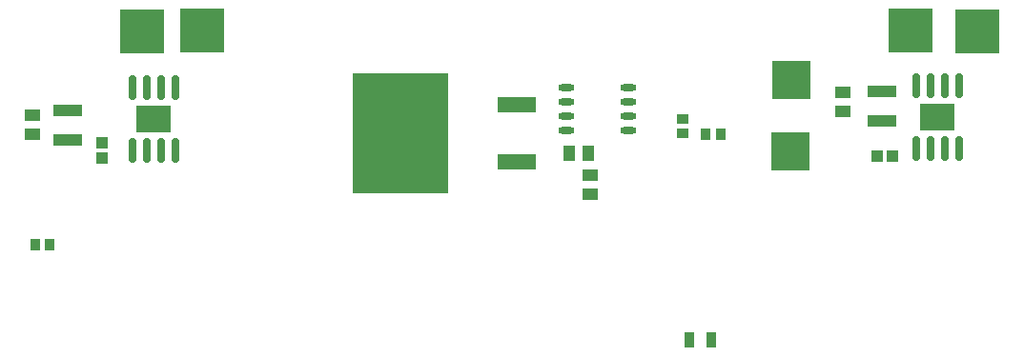
<source format=gbp>
G04*
G04 #@! TF.GenerationSoftware,Altium Limited,Altium Designer,22.5.1 (42)*
G04*
G04 Layer_Color=128*
%FSLAX44Y44*%
%MOMM*%
G71*
G04*
G04 #@! TF.SameCoordinates,8C462A5C-675D-4BC4-B2B0-4FF287324B2F*
G04*
G04*
G04 #@! TF.FilePolarity,Positive*
G04*
G01*
G75*
%ADD18R,1.4000X1.0000*%
%ADD19R,1.0000X0.9000*%
%ADD36R,3.5000X3.5000*%
G04:AMPARAMS|DCode=37|XSize=2.15mm|YSize=0.6mm|CornerRadius=0.15mm|HoleSize=0mm|Usage=FLASHONLY|Rotation=90.000|XOffset=0mm|YOffset=0mm|HoleType=Round|Shape=RoundedRectangle|*
%AMROUNDEDRECTD37*
21,1,2.1500,0.3000,0,0,90.0*
21,1,1.8500,0.6000,0,0,90.0*
1,1,0.3000,0.1500,0.9250*
1,1,0.3000,0.1500,-0.9250*
1,1,0.3000,-0.1500,-0.9250*
1,1,0.3000,-0.1500,0.9250*
%
%ADD37ROUNDEDRECTD37*%
%ADD38R,3.1000X2.4000*%
%ADD39R,1.1000X1.0000*%
%ADD40R,0.9000X1.0000*%
%ADD41R,4.0000X4.0000*%
%ADD42R,2.6000X1.1000*%
%ADD43R,1.0000X1.1000*%
%ADD44R,0.9500X1.4500*%
%ADD45R,1.0000X1.4000*%
%ADD46O,1.4500X0.6000*%
%ADD47R,3.5000X1.4500*%
%ADD48R,8.5000X10.6500*%
D18*
X1182370Y681990D02*
D03*
Y698990D02*
D03*
X462200Y662060D02*
D03*
Y679060D02*
D03*
X957660Y625720D02*
D03*
Y608720D02*
D03*
D19*
X1040130Y675940D02*
D03*
Y662940D02*
D03*
D36*
X1135380Y646430D02*
D03*
X1136650Y709930D02*
D03*
D37*
X1247140Y648970D02*
D03*
X1259840D02*
D03*
X1285240D02*
D03*
X1272540D02*
D03*
X1285240Y705470D02*
D03*
X1272490D02*
D03*
X1259740D02*
D03*
X1247140D02*
D03*
X551380Y703890D02*
D03*
X563980D02*
D03*
X576730D02*
D03*
X589480D02*
D03*
X576780Y647390D02*
D03*
X589480D02*
D03*
X564080D02*
D03*
X551380D02*
D03*
D38*
X1265990Y677220D02*
D03*
X570230Y675640D02*
D03*
D39*
X1225700Y642620D02*
D03*
X1212700D02*
D03*
D40*
X464820Y563880D02*
D03*
X477820D02*
D03*
X1073450Y661670D02*
D03*
X1060450D02*
D03*
D41*
X1242060Y754380D02*
D03*
X1301750Y753110D02*
D03*
X613410Y754380D02*
D03*
X560070Y753110D02*
D03*
D42*
X1216660Y700570D02*
D03*
Y673570D02*
D03*
X494030Y683590D02*
D03*
Y656590D02*
D03*
D43*
X524510Y654200D02*
D03*
Y641200D02*
D03*
D44*
X1045530Y478790D02*
D03*
X1065530D02*
D03*
D45*
X955920Y645080D02*
D03*
X938920D02*
D03*
D46*
X991180Y703389D02*
D03*
Y677989D02*
D03*
Y665288D02*
D03*
X936680Y703389D02*
D03*
Y690688D02*
D03*
Y677989D02*
D03*
Y665288D02*
D03*
X991180Y690688D02*
D03*
D47*
X892040Y688340D02*
D03*
Y637540D02*
D03*
D48*
X789040Y662940D02*
D03*
M02*

</source>
